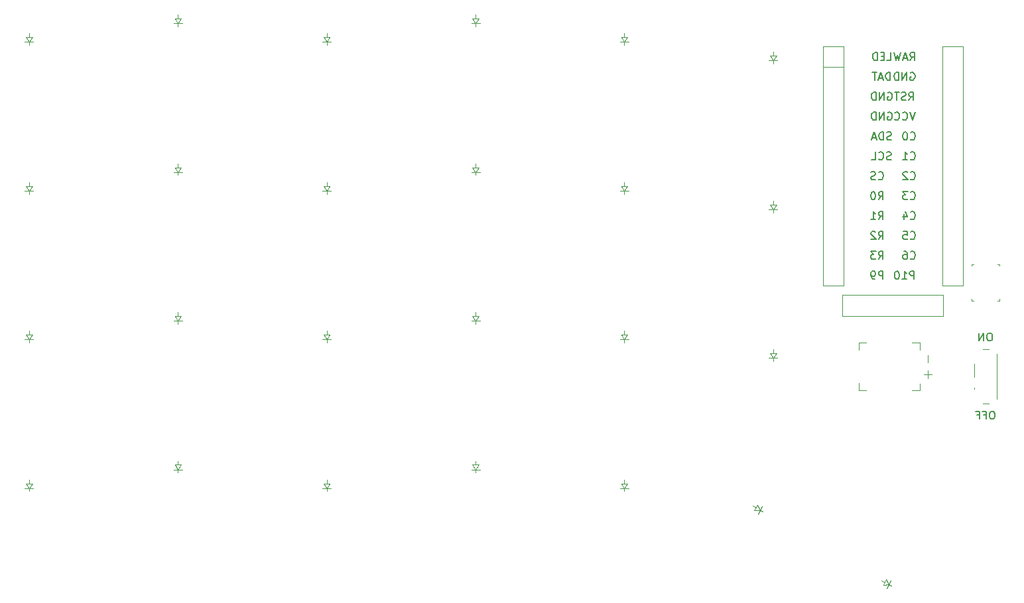
<source format=gbr>
%TF.GenerationSoftware,KiCad,Pcbnew,9.0.2*%
%TF.CreationDate,2025-06-15T23:24:52+08:00*%
%TF.ProjectId,eggada50_wireless_autorouted_manually_routed,65676761-6461-4353-905f-776972656c65,0.2*%
%TF.SameCoordinates,Original*%
%TF.FileFunction,Legend,Bot*%
%TF.FilePolarity,Positive*%
%FSLAX46Y46*%
G04 Gerber Fmt 4.6, Leading zero omitted, Abs format (unit mm)*
G04 Created by KiCad (PCBNEW 9.0.2) date 2025-06-15 23:24:52*
%MOMM*%
%LPD*%
G01*
G04 APERTURE LIST*
%ADD10C,0.150000*%
%ADD11C,0.120000*%
%ADD12C,0.100000*%
G04 APERTURE END LIST*
D10*
X230119047Y-79204819D02*
X229928571Y-79204819D01*
X229928571Y-79204819D02*
X229833333Y-79252438D01*
X229833333Y-79252438D02*
X229738095Y-79347676D01*
X229738095Y-79347676D02*
X229690476Y-79538152D01*
X229690476Y-79538152D02*
X229690476Y-79871485D01*
X229690476Y-79871485D02*
X229738095Y-80061961D01*
X229738095Y-80061961D02*
X229833333Y-80157200D01*
X229833333Y-80157200D02*
X229928571Y-80204819D01*
X229928571Y-80204819D02*
X230119047Y-80204819D01*
X230119047Y-80204819D02*
X230214285Y-80157200D01*
X230214285Y-80157200D02*
X230309523Y-80061961D01*
X230309523Y-80061961D02*
X230357142Y-79871485D01*
X230357142Y-79871485D02*
X230357142Y-79538152D01*
X230357142Y-79538152D02*
X230309523Y-79347676D01*
X230309523Y-79347676D02*
X230214285Y-79252438D01*
X230214285Y-79252438D02*
X230119047Y-79204819D01*
X229261904Y-80204819D02*
X229261904Y-79204819D01*
X229261904Y-79204819D02*
X228690476Y-80204819D01*
X228690476Y-80204819D02*
X228690476Y-79204819D01*
X230452380Y-89204819D02*
X230261904Y-89204819D01*
X230261904Y-89204819D02*
X230166666Y-89252438D01*
X230166666Y-89252438D02*
X230071428Y-89347676D01*
X230071428Y-89347676D02*
X230023809Y-89538152D01*
X230023809Y-89538152D02*
X230023809Y-89871485D01*
X230023809Y-89871485D02*
X230071428Y-90061961D01*
X230071428Y-90061961D02*
X230166666Y-90157200D01*
X230166666Y-90157200D02*
X230261904Y-90204819D01*
X230261904Y-90204819D02*
X230452380Y-90204819D01*
X230452380Y-90204819D02*
X230547618Y-90157200D01*
X230547618Y-90157200D02*
X230642856Y-90061961D01*
X230642856Y-90061961D02*
X230690475Y-89871485D01*
X230690475Y-89871485D02*
X230690475Y-89538152D01*
X230690475Y-89538152D02*
X230642856Y-89347676D01*
X230642856Y-89347676D02*
X230547618Y-89252438D01*
X230547618Y-89252438D02*
X230452380Y-89204819D01*
X229261904Y-89681009D02*
X229595237Y-89681009D01*
X229595237Y-90204819D02*
X229595237Y-89204819D01*
X229595237Y-89204819D02*
X229119047Y-89204819D01*
X228404761Y-89681009D02*
X228738094Y-89681009D01*
X228738094Y-90204819D02*
X228738094Y-89204819D01*
X228738094Y-89204819D02*
X228261904Y-89204819D01*
X219910666Y-67139580D02*
X219958285Y-67187200D01*
X219958285Y-67187200D02*
X220101142Y-67234819D01*
X220101142Y-67234819D02*
X220196380Y-67234819D01*
X220196380Y-67234819D02*
X220339237Y-67187200D01*
X220339237Y-67187200D02*
X220434475Y-67091961D01*
X220434475Y-67091961D02*
X220482094Y-66996723D01*
X220482094Y-66996723D02*
X220529713Y-66806247D01*
X220529713Y-66806247D02*
X220529713Y-66663390D01*
X220529713Y-66663390D02*
X220482094Y-66472914D01*
X220482094Y-66472914D02*
X220434475Y-66377676D01*
X220434475Y-66377676D02*
X220339237Y-66282438D01*
X220339237Y-66282438D02*
X220196380Y-66234819D01*
X220196380Y-66234819D02*
X220101142Y-66234819D01*
X220101142Y-66234819D02*
X219958285Y-66282438D01*
X219958285Y-66282438D02*
X219910666Y-66330057D01*
X219005904Y-66234819D02*
X219482094Y-66234819D01*
X219482094Y-66234819D02*
X219529713Y-66711009D01*
X219529713Y-66711009D02*
X219482094Y-66663390D01*
X219482094Y-66663390D02*
X219386856Y-66615771D01*
X219386856Y-66615771D02*
X219148761Y-66615771D01*
X219148761Y-66615771D02*
X219053523Y-66663390D01*
X219053523Y-66663390D02*
X219005904Y-66711009D01*
X219005904Y-66711009D02*
X218958285Y-66806247D01*
X218958285Y-66806247D02*
X218958285Y-67044342D01*
X218958285Y-67044342D02*
X219005904Y-67139580D01*
X219005904Y-67139580D02*
X219053523Y-67187200D01*
X219053523Y-67187200D02*
X219148761Y-67234819D01*
X219148761Y-67234819D02*
X219386856Y-67234819D01*
X219386856Y-67234819D02*
X219482094Y-67187200D01*
X219482094Y-67187200D02*
X219529713Y-67139580D01*
X216402094Y-72314819D02*
X216402094Y-71314819D01*
X216402094Y-71314819D02*
X216021142Y-71314819D01*
X216021142Y-71314819D02*
X215925904Y-71362438D01*
X215925904Y-71362438D02*
X215878285Y-71410057D01*
X215878285Y-71410057D02*
X215830666Y-71505295D01*
X215830666Y-71505295D02*
X215830666Y-71648152D01*
X215830666Y-71648152D02*
X215878285Y-71743390D01*
X215878285Y-71743390D02*
X215925904Y-71791009D01*
X215925904Y-71791009D02*
X216021142Y-71838628D01*
X216021142Y-71838628D02*
X216402094Y-71838628D01*
X215354475Y-72314819D02*
X215163999Y-72314819D01*
X215163999Y-72314819D02*
X215068761Y-72267200D01*
X215068761Y-72267200D02*
X215021142Y-72219580D01*
X215021142Y-72219580D02*
X214925904Y-72076723D01*
X214925904Y-72076723D02*
X214878285Y-71886247D01*
X214878285Y-71886247D02*
X214878285Y-71505295D01*
X214878285Y-71505295D02*
X214925904Y-71410057D01*
X214925904Y-71410057D02*
X214973523Y-71362438D01*
X214973523Y-71362438D02*
X215068761Y-71314819D01*
X215068761Y-71314819D02*
X215259237Y-71314819D01*
X215259237Y-71314819D02*
X215354475Y-71362438D01*
X215354475Y-71362438D02*
X215402094Y-71410057D01*
X215402094Y-71410057D02*
X215449713Y-71505295D01*
X215449713Y-71505295D02*
X215449713Y-71743390D01*
X215449713Y-71743390D02*
X215402094Y-71838628D01*
X215402094Y-71838628D02*
X215354475Y-71886247D01*
X215354475Y-71886247D02*
X215259237Y-71933866D01*
X215259237Y-71933866D02*
X215068761Y-71933866D01*
X215068761Y-71933866D02*
X214973523Y-71886247D01*
X214973523Y-71886247D02*
X214925904Y-71838628D01*
X214925904Y-71838628D02*
X214878285Y-71743390D01*
X216896857Y-44374819D02*
X217373047Y-44374819D01*
X217373047Y-44374819D02*
X217373047Y-43374819D01*
X216563523Y-43851009D02*
X216230190Y-43851009D01*
X216087333Y-44374819D02*
X216563523Y-44374819D01*
X216563523Y-44374819D02*
X216563523Y-43374819D01*
X216563523Y-43374819D02*
X216087333Y-43374819D01*
X215658761Y-44374819D02*
X215658761Y-43374819D01*
X215658761Y-43374819D02*
X215420666Y-43374819D01*
X215420666Y-43374819D02*
X215277809Y-43422438D01*
X215277809Y-43422438D02*
X215182571Y-43517676D01*
X215182571Y-43517676D02*
X215134952Y-43612914D01*
X215134952Y-43612914D02*
X215087333Y-43803390D01*
X215087333Y-43803390D02*
X215087333Y-43946247D01*
X215087333Y-43946247D02*
X215134952Y-44136723D01*
X215134952Y-44136723D02*
X215182571Y-44231961D01*
X215182571Y-44231961D02*
X215277809Y-44327200D01*
X215277809Y-44327200D02*
X215420666Y-44374819D01*
X215420666Y-44374819D02*
X215658761Y-44374819D01*
X215830666Y-64694819D02*
X216163999Y-64218628D01*
X216402094Y-64694819D02*
X216402094Y-63694819D01*
X216402094Y-63694819D02*
X216021142Y-63694819D01*
X216021142Y-63694819D02*
X215925904Y-63742438D01*
X215925904Y-63742438D02*
X215878285Y-63790057D01*
X215878285Y-63790057D02*
X215830666Y-63885295D01*
X215830666Y-63885295D02*
X215830666Y-64028152D01*
X215830666Y-64028152D02*
X215878285Y-64123390D01*
X215878285Y-64123390D02*
X215925904Y-64171009D01*
X215925904Y-64171009D02*
X216021142Y-64218628D01*
X216021142Y-64218628D02*
X216402094Y-64218628D01*
X214878285Y-64694819D02*
X215449713Y-64694819D01*
X215163999Y-64694819D02*
X215163999Y-63694819D01*
X215163999Y-63694819D02*
X215259237Y-63837676D01*
X215259237Y-63837676D02*
X215354475Y-63932914D01*
X215354475Y-63932914D02*
X215449713Y-63980533D01*
X217015904Y-48502438D02*
X217111142Y-48454819D01*
X217111142Y-48454819D02*
X217253999Y-48454819D01*
X217253999Y-48454819D02*
X217396856Y-48502438D01*
X217396856Y-48502438D02*
X217492094Y-48597676D01*
X217492094Y-48597676D02*
X217539713Y-48692914D01*
X217539713Y-48692914D02*
X217587332Y-48883390D01*
X217587332Y-48883390D02*
X217587332Y-49026247D01*
X217587332Y-49026247D02*
X217539713Y-49216723D01*
X217539713Y-49216723D02*
X217492094Y-49311961D01*
X217492094Y-49311961D02*
X217396856Y-49407200D01*
X217396856Y-49407200D02*
X217253999Y-49454819D01*
X217253999Y-49454819D02*
X217158761Y-49454819D01*
X217158761Y-49454819D02*
X217015904Y-49407200D01*
X217015904Y-49407200D02*
X216968285Y-49359580D01*
X216968285Y-49359580D02*
X216968285Y-49026247D01*
X216968285Y-49026247D02*
X217158761Y-49026247D01*
X216539713Y-49454819D02*
X216539713Y-48454819D01*
X216539713Y-48454819D02*
X215968285Y-49454819D01*
X215968285Y-49454819D02*
X215968285Y-48454819D01*
X215492094Y-49454819D02*
X215492094Y-48454819D01*
X215492094Y-48454819D02*
X215253999Y-48454819D01*
X215253999Y-48454819D02*
X215111142Y-48502438D01*
X215111142Y-48502438D02*
X215015904Y-48597676D01*
X215015904Y-48597676D02*
X214968285Y-48692914D01*
X214968285Y-48692914D02*
X214920666Y-48883390D01*
X214920666Y-48883390D02*
X214920666Y-49026247D01*
X214920666Y-49026247D02*
X214968285Y-49216723D01*
X214968285Y-49216723D02*
X215015904Y-49311961D01*
X215015904Y-49311961D02*
X215111142Y-49407200D01*
X215111142Y-49407200D02*
X215253999Y-49454819D01*
X215253999Y-49454819D02*
X215492094Y-49454819D01*
X217444475Y-57027200D02*
X217301618Y-57074819D01*
X217301618Y-57074819D02*
X217063523Y-57074819D01*
X217063523Y-57074819D02*
X216968285Y-57027200D01*
X216968285Y-57027200D02*
X216920666Y-56979580D01*
X216920666Y-56979580D02*
X216873047Y-56884342D01*
X216873047Y-56884342D02*
X216873047Y-56789104D01*
X216873047Y-56789104D02*
X216920666Y-56693866D01*
X216920666Y-56693866D02*
X216968285Y-56646247D01*
X216968285Y-56646247D02*
X217063523Y-56598628D01*
X217063523Y-56598628D02*
X217253999Y-56551009D01*
X217253999Y-56551009D02*
X217349237Y-56503390D01*
X217349237Y-56503390D02*
X217396856Y-56455771D01*
X217396856Y-56455771D02*
X217444475Y-56360533D01*
X217444475Y-56360533D02*
X217444475Y-56265295D01*
X217444475Y-56265295D02*
X217396856Y-56170057D01*
X217396856Y-56170057D02*
X217349237Y-56122438D01*
X217349237Y-56122438D02*
X217253999Y-56074819D01*
X217253999Y-56074819D02*
X217015904Y-56074819D01*
X217015904Y-56074819D02*
X216873047Y-56122438D01*
X215873047Y-56979580D02*
X215920666Y-57027200D01*
X215920666Y-57027200D02*
X216063523Y-57074819D01*
X216063523Y-57074819D02*
X216158761Y-57074819D01*
X216158761Y-57074819D02*
X216301618Y-57027200D01*
X216301618Y-57027200D02*
X216396856Y-56931961D01*
X216396856Y-56931961D02*
X216444475Y-56836723D01*
X216444475Y-56836723D02*
X216492094Y-56646247D01*
X216492094Y-56646247D02*
X216492094Y-56503390D01*
X216492094Y-56503390D02*
X216444475Y-56312914D01*
X216444475Y-56312914D02*
X216396856Y-56217676D01*
X216396856Y-56217676D02*
X216301618Y-56122438D01*
X216301618Y-56122438D02*
X216158761Y-56074819D01*
X216158761Y-56074819D02*
X216063523Y-56074819D01*
X216063523Y-56074819D02*
X215920666Y-56122438D01*
X215920666Y-56122438D02*
X215873047Y-56170057D01*
X214968285Y-57074819D02*
X215444475Y-57074819D01*
X215444475Y-57074819D02*
X215444475Y-56074819D01*
X219910666Y-56979580D02*
X219958285Y-57027200D01*
X219958285Y-57027200D02*
X220101142Y-57074819D01*
X220101142Y-57074819D02*
X220196380Y-57074819D01*
X220196380Y-57074819D02*
X220339237Y-57027200D01*
X220339237Y-57027200D02*
X220434475Y-56931961D01*
X220434475Y-56931961D02*
X220482094Y-56836723D01*
X220482094Y-56836723D02*
X220529713Y-56646247D01*
X220529713Y-56646247D02*
X220529713Y-56503390D01*
X220529713Y-56503390D02*
X220482094Y-56312914D01*
X220482094Y-56312914D02*
X220434475Y-56217676D01*
X220434475Y-56217676D02*
X220339237Y-56122438D01*
X220339237Y-56122438D02*
X220196380Y-56074819D01*
X220196380Y-56074819D02*
X220101142Y-56074819D01*
X220101142Y-56074819D02*
X219958285Y-56122438D01*
X219958285Y-56122438D02*
X219910666Y-56170057D01*
X218958285Y-57074819D02*
X219529713Y-57074819D01*
X219243999Y-57074819D02*
X219243999Y-56074819D01*
X219243999Y-56074819D02*
X219339237Y-56217676D01*
X219339237Y-56217676D02*
X219434475Y-56312914D01*
X219434475Y-56312914D02*
X219529713Y-56360533D01*
X219910666Y-64599580D02*
X219958285Y-64647200D01*
X219958285Y-64647200D02*
X220101142Y-64694819D01*
X220101142Y-64694819D02*
X220196380Y-64694819D01*
X220196380Y-64694819D02*
X220339237Y-64647200D01*
X220339237Y-64647200D02*
X220434475Y-64551961D01*
X220434475Y-64551961D02*
X220482094Y-64456723D01*
X220482094Y-64456723D02*
X220529713Y-64266247D01*
X220529713Y-64266247D02*
X220529713Y-64123390D01*
X220529713Y-64123390D02*
X220482094Y-63932914D01*
X220482094Y-63932914D02*
X220434475Y-63837676D01*
X220434475Y-63837676D02*
X220339237Y-63742438D01*
X220339237Y-63742438D02*
X220196380Y-63694819D01*
X220196380Y-63694819D02*
X220101142Y-63694819D01*
X220101142Y-63694819D02*
X219958285Y-63742438D01*
X219958285Y-63742438D02*
X219910666Y-63790057D01*
X219053523Y-64028152D02*
X219053523Y-64694819D01*
X219291618Y-63647200D02*
X219529713Y-64361485D01*
X219529713Y-64361485D02*
X218910666Y-64361485D01*
X217325428Y-46914819D02*
X217325428Y-45914819D01*
X217325428Y-45914819D02*
X217087333Y-45914819D01*
X217087333Y-45914819D02*
X216944476Y-45962438D01*
X216944476Y-45962438D02*
X216849238Y-46057676D01*
X216849238Y-46057676D02*
X216801619Y-46152914D01*
X216801619Y-46152914D02*
X216754000Y-46343390D01*
X216754000Y-46343390D02*
X216754000Y-46486247D01*
X216754000Y-46486247D02*
X216801619Y-46676723D01*
X216801619Y-46676723D02*
X216849238Y-46771961D01*
X216849238Y-46771961D02*
X216944476Y-46867200D01*
X216944476Y-46867200D02*
X217087333Y-46914819D01*
X217087333Y-46914819D02*
X217325428Y-46914819D01*
X216373047Y-46629104D02*
X215896857Y-46629104D01*
X216468285Y-46914819D02*
X216134952Y-45914819D01*
X216134952Y-45914819D02*
X215801619Y-46914819D01*
X215611142Y-45914819D02*
X215039714Y-45914819D01*
X215325428Y-46914819D02*
X215325428Y-45914819D01*
X215830666Y-62154819D02*
X216163999Y-61678628D01*
X216402094Y-62154819D02*
X216402094Y-61154819D01*
X216402094Y-61154819D02*
X216021142Y-61154819D01*
X216021142Y-61154819D02*
X215925904Y-61202438D01*
X215925904Y-61202438D02*
X215878285Y-61250057D01*
X215878285Y-61250057D02*
X215830666Y-61345295D01*
X215830666Y-61345295D02*
X215830666Y-61488152D01*
X215830666Y-61488152D02*
X215878285Y-61583390D01*
X215878285Y-61583390D02*
X215925904Y-61631009D01*
X215925904Y-61631009D02*
X216021142Y-61678628D01*
X216021142Y-61678628D02*
X216402094Y-61678628D01*
X215211618Y-61154819D02*
X215116380Y-61154819D01*
X215116380Y-61154819D02*
X215021142Y-61202438D01*
X215021142Y-61202438D02*
X214973523Y-61250057D01*
X214973523Y-61250057D02*
X214925904Y-61345295D01*
X214925904Y-61345295D02*
X214878285Y-61535771D01*
X214878285Y-61535771D02*
X214878285Y-61773866D01*
X214878285Y-61773866D02*
X214925904Y-61964342D01*
X214925904Y-61964342D02*
X214973523Y-62059580D01*
X214973523Y-62059580D02*
X215021142Y-62107200D01*
X215021142Y-62107200D02*
X215116380Y-62154819D01*
X215116380Y-62154819D02*
X215211618Y-62154819D01*
X215211618Y-62154819D02*
X215306856Y-62107200D01*
X215306856Y-62107200D02*
X215354475Y-62059580D01*
X215354475Y-62059580D02*
X215402094Y-61964342D01*
X215402094Y-61964342D02*
X215449713Y-61773866D01*
X215449713Y-61773866D02*
X215449713Y-61535771D01*
X215449713Y-61535771D02*
X215402094Y-61345295D01*
X215402094Y-61345295D02*
X215354475Y-61250057D01*
X215354475Y-61250057D02*
X215306856Y-61202438D01*
X215306856Y-61202438D02*
X215211618Y-61154819D01*
X220487332Y-50994819D02*
X220153999Y-51994819D01*
X220153999Y-51994819D02*
X219820666Y-50994819D01*
X218915904Y-51899580D02*
X218963523Y-51947200D01*
X218963523Y-51947200D02*
X219106380Y-51994819D01*
X219106380Y-51994819D02*
X219201618Y-51994819D01*
X219201618Y-51994819D02*
X219344475Y-51947200D01*
X219344475Y-51947200D02*
X219439713Y-51851961D01*
X219439713Y-51851961D02*
X219487332Y-51756723D01*
X219487332Y-51756723D02*
X219534951Y-51566247D01*
X219534951Y-51566247D02*
X219534951Y-51423390D01*
X219534951Y-51423390D02*
X219487332Y-51232914D01*
X219487332Y-51232914D02*
X219439713Y-51137676D01*
X219439713Y-51137676D02*
X219344475Y-51042438D01*
X219344475Y-51042438D02*
X219201618Y-50994819D01*
X219201618Y-50994819D02*
X219106380Y-50994819D01*
X219106380Y-50994819D02*
X218963523Y-51042438D01*
X218963523Y-51042438D02*
X218915904Y-51090057D01*
X217915904Y-51899580D02*
X217963523Y-51947200D01*
X217963523Y-51947200D02*
X218106380Y-51994819D01*
X218106380Y-51994819D02*
X218201618Y-51994819D01*
X218201618Y-51994819D02*
X218344475Y-51947200D01*
X218344475Y-51947200D02*
X218439713Y-51851961D01*
X218439713Y-51851961D02*
X218487332Y-51756723D01*
X218487332Y-51756723D02*
X218534951Y-51566247D01*
X218534951Y-51566247D02*
X218534951Y-51423390D01*
X218534951Y-51423390D02*
X218487332Y-51232914D01*
X218487332Y-51232914D02*
X218439713Y-51137676D01*
X218439713Y-51137676D02*
X218344475Y-51042438D01*
X218344475Y-51042438D02*
X218201618Y-50994819D01*
X218201618Y-50994819D02*
X218106380Y-50994819D01*
X218106380Y-50994819D02*
X217963523Y-51042438D01*
X217963523Y-51042438D02*
X217915904Y-51090057D01*
X220368285Y-72314819D02*
X220368285Y-71314819D01*
X220368285Y-71314819D02*
X219987333Y-71314819D01*
X219987333Y-71314819D02*
X219892095Y-71362438D01*
X219892095Y-71362438D02*
X219844476Y-71410057D01*
X219844476Y-71410057D02*
X219796857Y-71505295D01*
X219796857Y-71505295D02*
X219796857Y-71648152D01*
X219796857Y-71648152D02*
X219844476Y-71743390D01*
X219844476Y-71743390D02*
X219892095Y-71791009D01*
X219892095Y-71791009D02*
X219987333Y-71838628D01*
X219987333Y-71838628D02*
X220368285Y-71838628D01*
X218844476Y-72314819D02*
X219415904Y-72314819D01*
X219130190Y-72314819D02*
X219130190Y-71314819D01*
X219130190Y-71314819D02*
X219225428Y-71457676D01*
X219225428Y-71457676D02*
X219320666Y-71552914D01*
X219320666Y-71552914D02*
X219415904Y-71600533D01*
X218225428Y-71314819D02*
X218130190Y-71314819D01*
X218130190Y-71314819D02*
X218034952Y-71362438D01*
X218034952Y-71362438D02*
X217987333Y-71410057D01*
X217987333Y-71410057D02*
X217939714Y-71505295D01*
X217939714Y-71505295D02*
X217892095Y-71695771D01*
X217892095Y-71695771D02*
X217892095Y-71933866D01*
X217892095Y-71933866D02*
X217939714Y-72124342D01*
X217939714Y-72124342D02*
X217987333Y-72219580D01*
X217987333Y-72219580D02*
X218034952Y-72267200D01*
X218034952Y-72267200D02*
X218130190Y-72314819D01*
X218130190Y-72314819D02*
X218225428Y-72314819D01*
X218225428Y-72314819D02*
X218320666Y-72267200D01*
X218320666Y-72267200D02*
X218368285Y-72219580D01*
X218368285Y-72219580D02*
X218415904Y-72124342D01*
X218415904Y-72124342D02*
X218463523Y-71933866D01*
X218463523Y-71933866D02*
X218463523Y-71695771D01*
X218463523Y-71695771D02*
X218415904Y-71505295D01*
X218415904Y-71505295D02*
X218368285Y-71410057D01*
X218368285Y-71410057D02*
X218320666Y-71362438D01*
X218320666Y-71362438D02*
X218225428Y-71314819D01*
X217468285Y-54487200D02*
X217325428Y-54534819D01*
X217325428Y-54534819D02*
X217087333Y-54534819D01*
X217087333Y-54534819D02*
X216992095Y-54487200D01*
X216992095Y-54487200D02*
X216944476Y-54439580D01*
X216944476Y-54439580D02*
X216896857Y-54344342D01*
X216896857Y-54344342D02*
X216896857Y-54249104D01*
X216896857Y-54249104D02*
X216944476Y-54153866D01*
X216944476Y-54153866D02*
X216992095Y-54106247D01*
X216992095Y-54106247D02*
X217087333Y-54058628D01*
X217087333Y-54058628D02*
X217277809Y-54011009D01*
X217277809Y-54011009D02*
X217373047Y-53963390D01*
X217373047Y-53963390D02*
X217420666Y-53915771D01*
X217420666Y-53915771D02*
X217468285Y-53820533D01*
X217468285Y-53820533D02*
X217468285Y-53725295D01*
X217468285Y-53725295D02*
X217420666Y-53630057D01*
X217420666Y-53630057D02*
X217373047Y-53582438D01*
X217373047Y-53582438D02*
X217277809Y-53534819D01*
X217277809Y-53534819D02*
X217039714Y-53534819D01*
X217039714Y-53534819D02*
X216896857Y-53582438D01*
X216468285Y-54534819D02*
X216468285Y-53534819D01*
X216468285Y-53534819D02*
X216230190Y-53534819D01*
X216230190Y-53534819D02*
X216087333Y-53582438D01*
X216087333Y-53582438D02*
X215992095Y-53677676D01*
X215992095Y-53677676D02*
X215944476Y-53772914D01*
X215944476Y-53772914D02*
X215896857Y-53963390D01*
X215896857Y-53963390D02*
X215896857Y-54106247D01*
X215896857Y-54106247D02*
X215944476Y-54296723D01*
X215944476Y-54296723D02*
X215992095Y-54391961D01*
X215992095Y-54391961D02*
X216087333Y-54487200D01*
X216087333Y-54487200D02*
X216230190Y-54534819D01*
X216230190Y-54534819D02*
X216468285Y-54534819D01*
X215515904Y-54249104D02*
X215039714Y-54249104D01*
X215611142Y-54534819D02*
X215277809Y-53534819D01*
X215277809Y-53534819D02*
X214944476Y-54534819D01*
X219910666Y-54439580D02*
X219958285Y-54487200D01*
X219958285Y-54487200D02*
X220101142Y-54534819D01*
X220101142Y-54534819D02*
X220196380Y-54534819D01*
X220196380Y-54534819D02*
X220339237Y-54487200D01*
X220339237Y-54487200D02*
X220434475Y-54391961D01*
X220434475Y-54391961D02*
X220482094Y-54296723D01*
X220482094Y-54296723D02*
X220529713Y-54106247D01*
X220529713Y-54106247D02*
X220529713Y-53963390D01*
X220529713Y-53963390D02*
X220482094Y-53772914D01*
X220482094Y-53772914D02*
X220434475Y-53677676D01*
X220434475Y-53677676D02*
X220339237Y-53582438D01*
X220339237Y-53582438D02*
X220196380Y-53534819D01*
X220196380Y-53534819D02*
X220101142Y-53534819D01*
X220101142Y-53534819D02*
X219958285Y-53582438D01*
X219958285Y-53582438D02*
X219910666Y-53630057D01*
X219291618Y-53534819D02*
X219196380Y-53534819D01*
X219196380Y-53534819D02*
X219101142Y-53582438D01*
X219101142Y-53582438D02*
X219053523Y-53630057D01*
X219053523Y-53630057D02*
X219005904Y-53725295D01*
X219005904Y-53725295D02*
X218958285Y-53915771D01*
X218958285Y-53915771D02*
X218958285Y-54153866D01*
X218958285Y-54153866D02*
X219005904Y-54344342D01*
X219005904Y-54344342D02*
X219053523Y-54439580D01*
X219053523Y-54439580D02*
X219101142Y-54487200D01*
X219101142Y-54487200D02*
X219196380Y-54534819D01*
X219196380Y-54534819D02*
X219291618Y-54534819D01*
X219291618Y-54534819D02*
X219386856Y-54487200D01*
X219386856Y-54487200D02*
X219434475Y-54439580D01*
X219434475Y-54439580D02*
X219482094Y-54344342D01*
X219482094Y-54344342D02*
X219529713Y-54153866D01*
X219529713Y-54153866D02*
X219529713Y-53915771D01*
X219529713Y-53915771D02*
X219482094Y-53725295D01*
X219482094Y-53725295D02*
X219434475Y-53630057D01*
X219434475Y-53630057D02*
X219386856Y-53582438D01*
X219386856Y-53582438D02*
X219291618Y-53534819D01*
X219844476Y-44374819D02*
X220177809Y-43898628D01*
X220415904Y-44374819D02*
X220415904Y-43374819D01*
X220415904Y-43374819D02*
X220034952Y-43374819D01*
X220034952Y-43374819D02*
X219939714Y-43422438D01*
X219939714Y-43422438D02*
X219892095Y-43470057D01*
X219892095Y-43470057D02*
X219844476Y-43565295D01*
X219844476Y-43565295D02*
X219844476Y-43708152D01*
X219844476Y-43708152D02*
X219892095Y-43803390D01*
X219892095Y-43803390D02*
X219939714Y-43851009D01*
X219939714Y-43851009D02*
X220034952Y-43898628D01*
X220034952Y-43898628D02*
X220415904Y-43898628D01*
X219463523Y-44089104D02*
X218987333Y-44089104D01*
X219558761Y-44374819D02*
X219225428Y-43374819D01*
X219225428Y-43374819D02*
X218892095Y-44374819D01*
X218653999Y-43374819D02*
X218415904Y-44374819D01*
X218415904Y-44374819D02*
X218225428Y-43660533D01*
X218225428Y-43660533D02*
X218034952Y-44374819D01*
X218034952Y-44374819D02*
X217796857Y-43374819D01*
X215830666Y-67234819D02*
X216163999Y-66758628D01*
X216402094Y-67234819D02*
X216402094Y-66234819D01*
X216402094Y-66234819D02*
X216021142Y-66234819D01*
X216021142Y-66234819D02*
X215925904Y-66282438D01*
X215925904Y-66282438D02*
X215878285Y-66330057D01*
X215878285Y-66330057D02*
X215830666Y-66425295D01*
X215830666Y-66425295D02*
X215830666Y-66568152D01*
X215830666Y-66568152D02*
X215878285Y-66663390D01*
X215878285Y-66663390D02*
X215925904Y-66711009D01*
X215925904Y-66711009D02*
X216021142Y-66758628D01*
X216021142Y-66758628D02*
X216402094Y-66758628D01*
X215449713Y-66330057D02*
X215402094Y-66282438D01*
X215402094Y-66282438D02*
X215306856Y-66234819D01*
X215306856Y-66234819D02*
X215068761Y-66234819D01*
X215068761Y-66234819D02*
X214973523Y-66282438D01*
X214973523Y-66282438D02*
X214925904Y-66330057D01*
X214925904Y-66330057D02*
X214878285Y-66425295D01*
X214878285Y-66425295D02*
X214878285Y-66520533D01*
X214878285Y-66520533D02*
X214925904Y-66663390D01*
X214925904Y-66663390D02*
X215497332Y-67234819D01*
X215497332Y-67234819D02*
X214878285Y-67234819D01*
X219910666Y-59519580D02*
X219958285Y-59567200D01*
X219958285Y-59567200D02*
X220101142Y-59614819D01*
X220101142Y-59614819D02*
X220196380Y-59614819D01*
X220196380Y-59614819D02*
X220339237Y-59567200D01*
X220339237Y-59567200D02*
X220434475Y-59471961D01*
X220434475Y-59471961D02*
X220482094Y-59376723D01*
X220482094Y-59376723D02*
X220529713Y-59186247D01*
X220529713Y-59186247D02*
X220529713Y-59043390D01*
X220529713Y-59043390D02*
X220482094Y-58852914D01*
X220482094Y-58852914D02*
X220434475Y-58757676D01*
X220434475Y-58757676D02*
X220339237Y-58662438D01*
X220339237Y-58662438D02*
X220196380Y-58614819D01*
X220196380Y-58614819D02*
X220101142Y-58614819D01*
X220101142Y-58614819D02*
X219958285Y-58662438D01*
X219958285Y-58662438D02*
X219910666Y-58710057D01*
X219529713Y-58710057D02*
X219482094Y-58662438D01*
X219482094Y-58662438D02*
X219386856Y-58614819D01*
X219386856Y-58614819D02*
X219148761Y-58614819D01*
X219148761Y-58614819D02*
X219053523Y-58662438D01*
X219053523Y-58662438D02*
X219005904Y-58710057D01*
X219005904Y-58710057D02*
X218958285Y-58805295D01*
X218958285Y-58805295D02*
X218958285Y-58900533D01*
X218958285Y-58900533D02*
X219005904Y-59043390D01*
X219005904Y-59043390D02*
X219577332Y-59614819D01*
X219577332Y-59614819D02*
X218958285Y-59614819D01*
X217015904Y-51042438D02*
X217111142Y-50994819D01*
X217111142Y-50994819D02*
X217253999Y-50994819D01*
X217253999Y-50994819D02*
X217396856Y-51042438D01*
X217396856Y-51042438D02*
X217492094Y-51137676D01*
X217492094Y-51137676D02*
X217539713Y-51232914D01*
X217539713Y-51232914D02*
X217587332Y-51423390D01*
X217587332Y-51423390D02*
X217587332Y-51566247D01*
X217587332Y-51566247D02*
X217539713Y-51756723D01*
X217539713Y-51756723D02*
X217492094Y-51851961D01*
X217492094Y-51851961D02*
X217396856Y-51947200D01*
X217396856Y-51947200D02*
X217253999Y-51994819D01*
X217253999Y-51994819D02*
X217158761Y-51994819D01*
X217158761Y-51994819D02*
X217015904Y-51947200D01*
X217015904Y-51947200D02*
X216968285Y-51899580D01*
X216968285Y-51899580D02*
X216968285Y-51566247D01*
X216968285Y-51566247D02*
X217158761Y-51566247D01*
X216539713Y-51994819D02*
X216539713Y-50994819D01*
X216539713Y-50994819D02*
X215968285Y-51994819D01*
X215968285Y-51994819D02*
X215968285Y-50994819D01*
X215492094Y-51994819D02*
X215492094Y-50994819D01*
X215492094Y-50994819D02*
X215253999Y-50994819D01*
X215253999Y-50994819D02*
X215111142Y-51042438D01*
X215111142Y-51042438D02*
X215015904Y-51137676D01*
X215015904Y-51137676D02*
X214968285Y-51232914D01*
X214968285Y-51232914D02*
X214920666Y-51423390D01*
X214920666Y-51423390D02*
X214920666Y-51566247D01*
X214920666Y-51566247D02*
X214968285Y-51756723D01*
X214968285Y-51756723D02*
X215015904Y-51851961D01*
X215015904Y-51851961D02*
X215111142Y-51947200D01*
X215111142Y-51947200D02*
X215253999Y-51994819D01*
X215253999Y-51994819D02*
X215492094Y-51994819D01*
X219915904Y-45962438D02*
X220011142Y-45914819D01*
X220011142Y-45914819D02*
X220153999Y-45914819D01*
X220153999Y-45914819D02*
X220296856Y-45962438D01*
X220296856Y-45962438D02*
X220392094Y-46057676D01*
X220392094Y-46057676D02*
X220439713Y-46152914D01*
X220439713Y-46152914D02*
X220487332Y-46343390D01*
X220487332Y-46343390D02*
X220487332Y-46486247D01*
X220487332Y-46486247D02*
X220439713Y-46676723D01*
X220439713Y-46676723D02*
X220392094Y-46771961D01*
X220392094Y-46771961D02*
X220296856Y-46867200D01*
X220296856Y-46867200D02*
X220153999Y-46914819D01*
X220153999Y-46914819D02*
X220058761Y-46914819D01*
X220058761Y-46914819D02*
X219915904Y-46867200D01*
X219915904Y-46867200D02*
X219868285Y-46819580D01*
X219868285Y-46819580D02*
X219868285Y-46486247D01*
X219868285Y-46486247D02*
X220058761Y-46486247D01*
X219439713Y-46914819D02*
X219439713Y-45914819D01*
X219439713Y-45914819D02*
X218868285Y-46914819D01*
X218868285Y-46914819D02*
X218868285Y-45914819D01*
X218392094Y-46914819D02*
X218392094Y-45914819D01*
X218392094Y-45914819D02*
X218153999Y-45914819D01*
X218153999Y-45914819D02*
X218011142Y-45962438D01*
X218011142Y-45962438D02*
X217915904Y-46057676D01*
X217915904Y-46057676D02*
X217868285Y-46152914D01*
X217868285Y-46152914D02*
X217820666Y-46343390D01*
X217820666Y-46343390D02*
X217820666Y-46486247D01*
X217820666Y-46486247D02*
X217868285Y-46676723D01*
X217868285Y-46676723D02*
X217915904Y-46771961D01*
X217915904Y-46771961D02*
X218011142Y-46867200D01*
X218011142Y-46867200D02*
X218153999Y-46914819D01*
X218153999Y-46914819D02*
X218392094Y-46914819D01*
X215830666Y-59519580D02*
X215878285Y-59567200D01*
X215878285Y-59567200D02*
X216021142Y-59614819D01*
X216021142Y-59614819D02*
X216116380Y-59614819D01*
X216116380Y-59614819D02*
X216259237Y-59567200D01*
X216259237Y-59567200D02*
X216354475Y-59471961D01*
X216354475Y-59471961D02*
X216402094Y-59376723D01*
X216402094Y-59376723D02*
X216449713Y-59186247D01*
X216449713Y-59186247D02*
X216449713Y-59043390D01*
X216449713Y-59043390D02*
X216402094Y-58852914D01*
X216402094Y-58852914D02*
X216354475Y-58757676D01*
X216354475Y-58757676D02*
X216259237Y-58662438D01*
X216259237Y-58662438D02*
X216116380Y-58614819D01*
X216116380Y-58614819D02*
X216021142Y-58614819D01*
X216021142Y-58614819D02*
X215878285Y-58662438D01*
X215878285Y-58662438D02*
X215830666Y-58710057D01*
X215449713Y-59567200D02*
X215306856Y-59614819D01*
X215306856Y-59614819D02*
X215068761Y-59614819D01*
X215068761Y-59614819D02*
X214973523Y-59567200D01*
X214973523Y-59567200D02*
X214925904Y-59519580D01*
X214925904Y-59519580D02*
X214878285Y-59424342D01*
X214878285Y-59424342D02*
X214878285Y-59329104D01*
X214878285Y-59329104D02*
X214925904Y-59233866D01*
X214925904Y-59233866D02*
X214973523Y-59186247D01*
X214973523Y-59186247D02*
X215068761Y-59138628D01*
X215068761Y-59138628D02*
X215259237Y-59091009D01*
X215259237Y-59091009D02*
X215354475Y-59043390D01*
X215354475Y-59043390D02*
X215402094Y-58995771D01*
X215402094Y-58995771D02*
X215449713Y-58900533D01*
X215449713Y-58900533D02*
X215449713Y-58805295D01*
X215449713Y-58805295D02*
X215402094Y-58710057D01*
X215402094Y-58710057D02*
X215354475Y-58662438D01*
X215354475Y-58662438D02*
X215259237Y-58614819D01*
X215259237Y-58614819D02*
X215021142Y-58614819D01*
X215021142Y-58614819D02*
X214878285Y-58662438D01*
X219701619Y-49454819D02*
X220034952Y-48978628D01*
X220273047Y-49454819D02*
X220273047Y-48454819D01*
X220273047Y-48454819D02*
X219892095Y-48454819D01*
X219892095Y-48454819D02*
X219796857Y-48502438D01*
X219796857Y-48502438D02*
X219749238Y-48550057D01*
X219749238Y-48550057D02*
X219701619Y-48645295D01*
X219701619Y-48645295D02*
X219701619Y-48788152D01*
X219701619Y-48788152D02*
X219749238Y-48883390D01*
X219749238Y-48883390D02*
X219796857Y-48931009D01*
X219796857Y-48931009D02*
X219892095Y-48978628D01*
X219892095Y-48978628D02*
X220273047Y-48978628D01*
X219320666Y-49407200D02*
X219177809Y-49454819D01*
X219177809Y-49454819D02*
X218939714Y-49454819D01*
X218939714Y-49454819D02*
X218844476Y-49407200D01*
X218844476Y-49407200D02*
X218796857Y-49359580D01*
X218796857Y-49359580D02*
X218749238Y-49264342D01*
X218749238Y-49264342D02*
X218749238Y-49169104D01*
X218749238Y-49169104D02*
X218796857Y-49073866D01*
X218796857Y-49073866D02*
X218844476Y-49026247D01*
X218844476Y-49026247D02*
X218939714Y-48978628D01*
X218939714Y-48978628D02*
X219130190Y-48931009D01*
X219130190Y-48931009D02*
X219225428Y-48883390D01*
X219225428Y-48883390D02*
X219273047Y-48835771D01*
X219273047Y-48835771D02*
X219320666Y-48740533D01*
X219320666Y-48740533D02*
X219320666Y-48645295D01*
X219320666Y-48645295D02*
X219273047Y-48550057D01*
X219273047Y-48550057D02*
X219225428Y-48502438D01*
X219225428Y-48502438D02*
X219130190Y-48454819D01*
X219130190Y-48454819D02*
X218892095Y-48454819D01*
X218892095Y-48454819D02*
X218749238Y-48502438D01*
X218463523Y-48454819D02*
X217892095Y-48454819D01*
X218177809Y-49454819D02*
X218177809Y-48454819D01*
X215830666Y-69774819D02*
X216163999Y-69298628D01*
X216402094Y-69774819D02*
X216402094Y-68774819D01*
X216402094Y-68774819D02*
X216021142Y-68774819D01*
X216021142Y-68774819D02*
X215925904Y-68822438D01*
X215925904Y-68822438D02*
X215878285Y-68870057D01*
X215878285Y-68870057D02*
X215830666Y-68965295D01*
X215830666Y-68965295D02*
X215830666Y-69108152D01*
X215830666Y-69108152D02*
X215878285Y-69203390D01*
X215878285Y-69203390D02*
X215925904Y-69251009D01*
X215925904Y-69251009D02*
X216021142Y-69298628D01*
X216021142Y-69298628D02*
X216402094Y-69298628D01*
X215497332Y-68774819D02*
X214878285Y-68774819D01*
X214878285Y-68774819D02*
X215211618Y-69155771D01*
X215211618Y-69155771D02*
X215068761Y-69155771D01*
X215068761Y-69155771D02*
X214973523Y-69203390D01*
X214973523Y-69203390D02*
X214925904Y-69251009D01*
X214925904Y-69251009D02*
X214878285Y-69346247D01*
X214878285Y-69346247D02*
X214878285Y-69584342D01*
X214878285Y-69584342D02*
X214925904Y-69679580D01*
X214925904Y-69679580D02*
X214973523Y-69727200D01*
X214973523Y-69727200D02*
X215068761Y-69774819D01*
X215068761Y-69774819D02*
X215354475Y-69774819D01*
X215354475Y-69774819D02*
X215449713Y-69727200D01*
X215449713Y-69727200D02*
X215497332Y-69679580D01*
X219910666Y-69679580D02*
X219958285Y-69727200D01*
X219958285Y-69727200D02*
X220101142Y-69774819D01*
X220101142Y-69774819D02*
X220196380Y-69774819D01*
X220196380Y-69774819D02*
X220339237Y-69727200D01*
X220339237Y-69727200D02*
X220434475Y-69631961D01*
X220434475Y-69631961D02*
X220482094Y-69536723D01*
X220482094Y-69536723D02*
X220529713Y-69346247D01*
X220529713Y-69346247D02*
X220529713Y-69203390D01*
X220529713Y-69203390D02*
X220482094Y-69012914D01*
X220482094Y-69012914D02*
X220434475Y-68917676D01*
X220434475Y-68917676D02*
X220339237Y-68822438D01*
X220339237Y-68822438D02*
X220196380Y-68774819D01*
X220196380Y-68774819D02*
X220101142Y-68774819D01*
X220101142Y-68774819D02*
X219958285Y-68822438D01*
X219958285Y-68822438D02*
X219910666Y-68870057D01*
X219053523Y-68774819D02*
X219243999Y-68774819D01*
X219243999Y-68774819D02*
X219339237Y-68822438D01*
X219339237Y-68822438D02*
X219386856Y-68870057D01*
X219386856Y-68870057D02*
X219482094Y-69012914D01*
X219482094Y-69012914D02*
X219529713Y-69203390D01*
X219529713Y-69203390D02*
X219529713Y-69584342D01*
X219529713Y-69584342D02*
X219482094Y-69679580D01*
X219482094Y-69679580D02*
X219434475Y-69727200D01*
X219434475Y-69727200D02*
X219339237Y-69774819D01*
X219339237Y-69774819D02*
X219148761Y-69774819D01*
X219148761Y-69774819D02*
X219053523Y-69727200D01*
X219053523Y-69727200D02*
X219005904Y-69679580D01*
X219005904Y-69679580D02*
X218958285Y-69584342D01*
X218958285Y-69584342D02*
X218958285Y-69346247D01*
X218958285Y-69346247D02*
X219005904Y-69251009D01*
X219005904Y-69251009D02*
X219053523Y-69203390D01*
X219053523Y-69203390D02*
X219148761Y-69155771D01*
X219148761Y-69155771D02*
X219339237Y-69155771D01*
X219339237Y-69155771D02*
X219434475Y-69203390D01*
X219434475Y-69203390D02*
X219482094Y-69251009D01*
X219482094Y-69251009D02*
X219529713Y-69346247D01*
X219910666Y-62059580D02*
X219958285Y-62107200D01*
X219958285Y-62107200D02*
X220101142Y-62154819D01*
X220101142Y-62154819D02*
X220196380Y-62154819D01*
X220196380Y-62154819D02*
X220339237Y-62107200D01*
X220339237Y-62107200D02*
X220434475Y-62011961D01*
X220434475Y-62011961D02*
X220482094Y-61916723D01*
X220482094Y-61916723D02*
X220529713Y-61726247D01*
X220529713Y-61726247D02*
X220529713Y-61583390D01*
X220529713Y-61583390D02*
X220482094Y-61392914D01*
X220482094Y-61392914D02*
X220434475Y-61297676D01*
X220434475Y-61297676D02*
X220339237Y-61202438D01*
X220339237Y-61202438D02*
X220196380Y-61154819D01*
X220196380Y-61154819D02*
X220101142Y-61154819D01*
X220101142Y-61154819D02*
X219958285Y-61202438D01*
X219958285Y-61202438D02*
X219910666Y-61250057D01*
X219577332Y-61154819D02*
X218958285Y-61154819D01*
X218958285Y-61154819D02*
X219291618Y-61535771D01*
X219291618Y-61535771D02*
X219148761Y-61535771D01*
X219148761Y-61535771D02*
X219053523Y-61583390D01*
X219053523Y-61583390D02*
X219005904Y-61631009D01*
X219005904Y-61631009D02*
X218958285Y-61726247D01*
X218958285Y-61726247D02*
X218958285Y-61964342D01*
X218958285Y-61964342D02*
X219005904Y-62059580D01*
X219005904Y-62059580D02*
X219053523Y-62107200D01*
X219053523Y-62107200D02*
X219148761Y-62154819D01*
X219148761Y-62154819D02*
X219434475Y-62154819D01*
X219434475Y-62154819D02*
X219529713Y-62107200D01*
X219529713Y-62107200D02*
X219577332Y-62059580D01*
D11*
%TO.C,PWR1*%
X228075000Y-83150000D02*
X228075000Y-84850000D01*
X228075000Y-86150000D02*
X228075000Y-86350000D01*
X229125000Y-81300000D02*
X229915000Y-81300000D01*
X229915000Y-88200000D02*
X229125000Y-88200000D01*
X230925000Y-81900000D02*
X230925000Y-87600000D01*
%TO.C,DISP1*%
X211237000Y-74370000D02*
X211237000Y-77030000D01*
X224057000Y-74370000D02*
X211237000Y-74370000D01*
X224057000Y-74370000D02*
X224057000Y-77030000D01*
X224057000Y-77030000D02*
X211237000Y-77030000D01*
%TO.C,JST1*%
X213290000Y-80440000D02*
X214290000Y-80440000D01*
X213290000Y-81360000D02*
X213290000Y-80440000D01*
X213290000Y-85560000D02*
X213290000Y-86560000D01*
X213290000Y-86560000D02*
X214290000Y-86560000D01*
X221110000Y-80440000D02*
X220110000Y-80440000D01*
X221110000Y-81360000D02*
X221110000Y-80440000D01*
X221110000Y-85640000D02*
X221110000Y-86560000D01*
X221110000Y-86560000D02*
X220110000Y-86560000D01*
D12*
X221650000Y-84500000D02*
X222650000Y-84500000D01*
X222150000Y-82000000D02*
X222150000Y-83000000D01*
X222150000Y-85000000D02*
X222150000Y-84000000D01*
%TO.C,RST1*%
X227750000Y-70650000D02*
X227750000Y-70400000D01*
X227750000Y-74850000D02*
X227750000Y-75100000D01*
X228000000Y-70400000D02*
X227750000Y-70400000D01*
X228000000Y-75100000D02*
X227750000Y-75100000D01*
X231000000Y-70400000D02*
X231250000Y-70400000D01*
X231000000Y-75100000D02*
X231250000Y-75100000D01*
X231250000Y-70650000D02*
X231250000Y-70400000D01*
X231250000Y-74850000D02*
X231250000Y-75100000D01*
D11*
%TO.C,MCU1*%
X208754000Y-42590000D02*
X208754000Y-73190000D01*
X208754000Y-45190000D02*
X211414000Y-45190000D01*
X211414000Y-42590000D02*
X208754000Y-42590000D01*
X211414000Y-42590000D02*
X211414000Y-73190000D01*
X211414000Y-73190000D02*
X208754000Y-73190000D01*
X223994000Y-42590000D02*
X223994000Y-73190000D01*
X226654000Y-42590000D02*
X223994000Y-42590000D01*
X226654000Y-42590000D02*
X226654000Y-73190000D01*
X226654000Y-73190000D02*
X223994000Y-73190000D01*
D12*
%TO.C,D24*%
X199985994Y-101890310D02*
X200385994Y-101197490D01*
X200185994Y-101543900D02*
X199752981Y-101293900D01*
X200385994Y-101197490D02*
X200705609Y-101843900D01*
X200705609Y-101843900D02*
X199985994Y-101890310D01*
X200705609Y-101843900D02*
X200430609Y-102320214D01*
X200705609Y-101843900D02*
X200980609Y-101367586D01*
X201052019Y-102043900D02*
X200705609Y-101843900D01*
%TO.C,D11*%
X145000000Y-60425000D02*
X145800000Y-60425000D01*
X145400000Y-60425000D02*
X145400000Y-59925000D01*
X145400000Y-61025000D02*
X144850000Y-61025000D01*
X145400000Y-61025000D02*
X145000000Y-60425000D01*
X145400000Y-61025000D02*
X145950000Y-61025000D01*
X145400000Y-61425000D02*
X145400000Y-61025000D01*
X145800000Y-60425000D02*
X145400000Y-61025000D01*
%TO.C,D22*%
X202000000Y-62800000D02*
X202800000Y-62800000D01*
X202400000Y-62800000D02*
X202400000Y-62300000D01*
X202400000Y-63400000D02*
X201850000Y-63400000D01*
X202400000Y-63400000D02*
X202000000Y-62800000D01*
X202400000Y-63400000D02*
X202950000Y-63400000D01*
X202400000Y-63800000D02*
X202400000Y-63400000D01*
X202800000Y-62800000D02*
X202400000Y-63400000D01*
%TO.C,D17*%
X183000000Y-98425000D02*
X183800000Y-98425000D01*
X183400000Y-98425000D02*
X183400000Y-97925000D01*
X183400000Y-99025000D02*
X182850000Y-99025000D01*
X183400000Y-99025000D02*
X183000000Y-98425000D01*
X183400000Y-99025000D02*
X183950000Y-99025000D01*
X183400000Y-99425000D02*
X183400000Y-99025000D01*
X183800000Y-98425000D02*
X183400000Y-99025000D01*
%TO.C,D9*%
X145000000Y-98425000D02*
X145800000Y-98425000D01*
X145400000Y-98425000D02*
X145400000Y-97925000D01*
X145400000Y-99025000D02*
X144850000Y-99025000D01*
X145400000Y-99025000D02*
X145000000Y-98425000D01*
X145400000Y-99025000D02*
X145950000Y-99025000D01*
X145400000Y-99425000D02*
X145400000Y-99025000D01*
X145800000Y-98425000D02*
X145400000Y-99025000D01*
%TO.C,D10*%
X145000000Y-79425000D02*
X145800000Y-79425000D01*
X145400000Y-79425000D02*
X145400000Y-78925000D01*
X145400000Y-80025000D02*
X144850000Y-80025000D01*
X145400000Y-80025000D02*
X145000000Y-79425000D01*
X145400000Y-80025000D02*
X145950000Y-80025000D01*
X145400000Y-80425000D02*
X145400000Y-80025000D01*
X145800000Y-79425000D02*
X145400000Y-80025000D01*
%TO.C,D13*%
X164000000Y-96050000D02*
X164800000Y-96050000D01*
X164400000Y-96050000D02*
X164400000Y-95550000D01*
X164400000Y-96650000D02*
X163850000Y-96650000D01*
X164400000Y-96650000D02*
X164000000Y-96050000D01*
X164400000Y-96650000D02*
X164950000Y-96650000D01*
X164400000Y-97050000D02*
X164400000Y-96650000D01*
X164800000Y-96050000D02*
X164400000Y-96650000D01*
%TO.C,D16*%
X164000000Y-39050000D02*
X164800000Y-39050000D01*
X164400000Y-39050000D02*
X164400000Y-38550000D01*
X164400000Y-39650000D02*
X163850000Y-39650000D01*
X164400000Y-39650000D02*
X164000000Y-39050000D01*
X164400000Y-39650000D02*
X164950000Y-39650000D01*
X164400000Y-40050000D02*
X164400000Y-39650000D01*
X164800000Y-39050000D02*
X164400000Y-39650000D01*
%TO.C,D5*%
X126000000Y-96050000D02*
X126800000Y-96050000D01*
X126400000Y-96050000D02*
X126400000Y-95550000D01*
X126400000Y-96650000D02*
X125850000Y-96650000D01*
X126400000Y-96650000D02*
X126000000Y-96050000D01*
X126400000Y-96650000D02*
X126950000Y-96650000D01*
X126400000Y-97050000D02*
X126400000Y-96650000D01*
X126800000Y-96050000D02*
X126400000Y-96650000D01*
%TO.C,D14*%
X164000000Y-77050000D02*
X164800000Y-77050000D01*
X164400000Y-77050000D02*
X164400000Y-76550000D01*
X164400000Y-77650000D02*
X163850000Y-77650000D01*
X164400000Y-77650000D02*
X164000000Y-77050000D01*
X164400000Y-77650000D02*
X164950000Y-77650000D01*
X164400000Y-78050000D02*
X164400000Y-77650000D01*
X164800000Y-77050000D02*
X164400000Y-77650000D01*
%TO.C,D2*%
X107000000Y-79425000D02*
X107800000Y-79425000D01*
X107400000Y-79425000D02*
X107400000Y-78925000D01*
X107400000Y-80025000D02*
X106850000Y-80025000D01*
X107400000Y-80025000D02*
X107000000Y-79425000D01*
X107400000Y-80025000D02*
X107950000Y-80025000D01*
X107400000Y-80425000D02*
X107400000Y-80025000D01*
X107800000Y-79425000D02*
X107400000Y-80025000D01*
%TO.C,D20*%
X183000000Y-41425000D02*
X183800000Y-41425000D01*
X183400000Y-41425000D02*
X183400000Y-40925000D01*
X183400000Y-42025000D02*
X182850000Y-42025000D01*
X183400000Y-42025000D02*
X183000000Y-41425000D01*
X183400000Y-42025000D02*
X183950000Y-42025000D01*
X183400000Y-42425000D02*
X183400000Y-42025000D01*
X183800000Y-41425000D02*
X183400000Y-42025000D01*
%TO.C,D8*%
X126000000Y-39050000D02*
X126800000Y-39050000D01*
X126400000Y-39050000D02*
X126400000Y-38550000D01*
X126400000Y-39650000D02*
X125850000Y-39650000D01*
X126400000Y-39650000D02*
X126000000Y-39050000D01*
X126400000Y-39650000D02*
X126950000Y-39650000D01*
X126400000Y-40050000D02*
X126400000Y-39650000D01*
X126800000Y-39050000D02*
X126400000Y-39650000D01*
%TO.C,D21*%
X202000000Y-81800000D02*
X202800000Y-81800000D01*
X202400000Y-81800000D02*
X202400000Y-81300000D01*
X202400000Y-82400000D02*
X201850000Y-82400000D01*
X202400000Y-82400000D02*
X202000000Y-81800000D01*
X202400000Y-82400000D02*
X202950000Y-82400000D01*
X202400000Y-82800000D02*
X202400000Y-82400000D01*
X202800000Y-81800000D02*
X202400000Y-82400000D01*
%TO.C,D18*%
X183000000Y-79425000D02*
X183800000Y-79425000D01*
X183400000Y-79425000D02*
X183400000Y-78925000D01*
X183400000Y-80025000D02*
X182850000Y-80025000D01*
X183400000Y-80025000D02*
X183000000Y-79425000D01*
X183400000Y-80025000D02*
X183950000Y-80025000D01*
X183400000Y-80425000D02*
X183400000Y-80025000D01*
X183800000Y-79425000D02*
X183400000Y-80025000D01*
%TO.C,D7*%
X126000000Y-58050000D02*
X126800000Y-58050000D01*
X126400000Y-58050000D02*
X126400000Y-57550000D01*
X126400000Y-58650000D02*
X125850000Y-58650000D01*
X126400000Y-58650000D02*
X126000000Y-58050000D01*
X126400000Y-58650000D02*
X126950000Y-58650000D01*
X126400000Y-59050000D02*
X126400000Y-58650000D01*
X126800000Y-58050000D02*
X126400000Y-58650000D01*
%TO.C,D19*%
X183000000Y-60425000D02*
X183800000Y-60425000D01*
X183400000Y-60425000D02*
X183400000Y-59925000D01*
X183400000Y-61025000D02*
X182850000Y-61025000D01*
X183400000Y-61025000D02*
X183000000Y-60425000D01*
X183400000Y-61025000D02*
X183950000Y-61025000D01*
X183400000Y-61425000D02*
X183400000Y-61025000D01*
X183800000Y-60425000D02*
X183400000Y-61025000D01*
%TO.C,D12*%
X145000000Y-41425000D02*
X145800000Y-41425000D01*
X145400000Y-41425000D02*
X145400000Y-40925000D01*
X145400000Y-42025000D02*
X144850000Y-42025000D01*
X145400000Y-42025000D02*
X145000000Y-41425000D01*
X145400000Y-42025000D02*
X145950000Y-42025000D01*
X145400000Y-42425000D02*
X145400000Y-42025000D01*
X145800000Y-41425000D02*
X145400000Y-42025000D01*
%TO.C,D25*%
X216440494Y-111390310D02*
X216840494Y-110697490D01*
X216640494Y-111043900D02*
X216207481Y-110793900D01*
X216840494Y-110697490D02*
X217160109Y-111343900D01*
X217160109Y-111343900D02*
X216440494Y-111390310D01*
X217160109Y-111343900D02*
X216885109Y-111820214D01*
X217160109Y-111343900D02*
X217435109Y-110867586D01*
X217506519Y-111543900D02*
X217160109Y-111343900D01*
%TO.C,D3*%
X107000000Y-60425000D02*
X107800000Y-60425000D01*
X107400000Y-60425000D02*
X107400000Y-59925000D01*
X107400000Y-61025000D02*
X106850000Y-61025000D01*
X107400000Y-61025000D02*
X107000000Y-60425000D01*
X107400000Y-61025000D02*
X107950000Y-61025000D01*
X107400000Y-61425000D02*
X107400000Y-61025000D01*
X107800000Y-60425000D02*
X107400000Y-61025000D01*
%TO.C,D6*%
X126000000Y-77050000D02*
X126800000Y-77050000D01*
X126400000Y-77050000D02*
X126400000Y-76550000D01*
X126400000Y-77650000D02*
X125850000Y-77650000D01*
X126400000Y-77650000D02*
X126000000Y-77050000D01*
X126400000Y-77650000D02*
X126950000Y-77650000D01*
X126400000Y-78050000D02*
X126400000Y-77650000D01*
X126800000Y-77050000D02*
X126400000Y-77650000D01*
%TO.C,D23*%
X202000000Y-43800000D02*
X202800000Y-43800000D01*
X202400000Y-43800000D02*
X202400000Y-43300000D01*
X202400000Y-44400000D02*
X201850000Y-44400000D01*
X202400000Y-44400000D02*
X202000000Y-43800000D01*
X202400000Y-44400000D02*
X202950000Y-44400000D01*
X202400000Y-44800000D02*
X202400000Y-44400000D01*
X202800000Y-43800000D02*
X202400000Y-44400000D01*
%TO.C,D4*%
X107000000Y-41425000D02*
X107800000Y-41425000D01*
X107400000Y-41425000D02*
X107400000Y-40925000D01*
X107400000Y-42025000D02*
X106850000Y-42025000D01*
X107400000Y-42025000D02*
X107000000Y-41425000D01*
X107400000Y-42025000D02*
X107950000Y-42025000D01*
X107400000Y-42425000D02*
X107400000Y-42025000D01*
X107800000Y-41425000D02*
X107400000Y-42025000D01*
%TO.C,D15*%
X164000000Y-58050000D02*
X164800000Y-58050000D01*
X164400000Y-58050000D02*
X164400000Y-57550000D01*
X164400000Y-58650000D02*
X163850000Y-58650000D01*
X164400000Y-58650000D02*
X164000000Y-58050000D01*
X164400000Y-58650000D02*
X164950000Y-58650000D01*
X164400000Y-59050000D02*
X164400000Y-58650000D01*
X164800000Y-58050000D02*
X164400000Y-58650000D01*
%TO.C,D1*%
X107000000Y-98425000D02*
X107800000Y-98425000D01*
X107400000Y-98425000D02*
X107400000Y-97925000D01*
X107400000Y-99025000D02*
X106850000Y-99025000D01*
X107400000Y-99025000D02*
X107000000Y-98425000D01*
X107400000Y-99025000D02*
X107950000Y-99025000D01*
X107400000Y-99425000D02*
X107400000Y-99025000D01*
X107800000Y-98425000D02*
X107400000Y-99025000D01*
%TD*%
M02*

</source>
